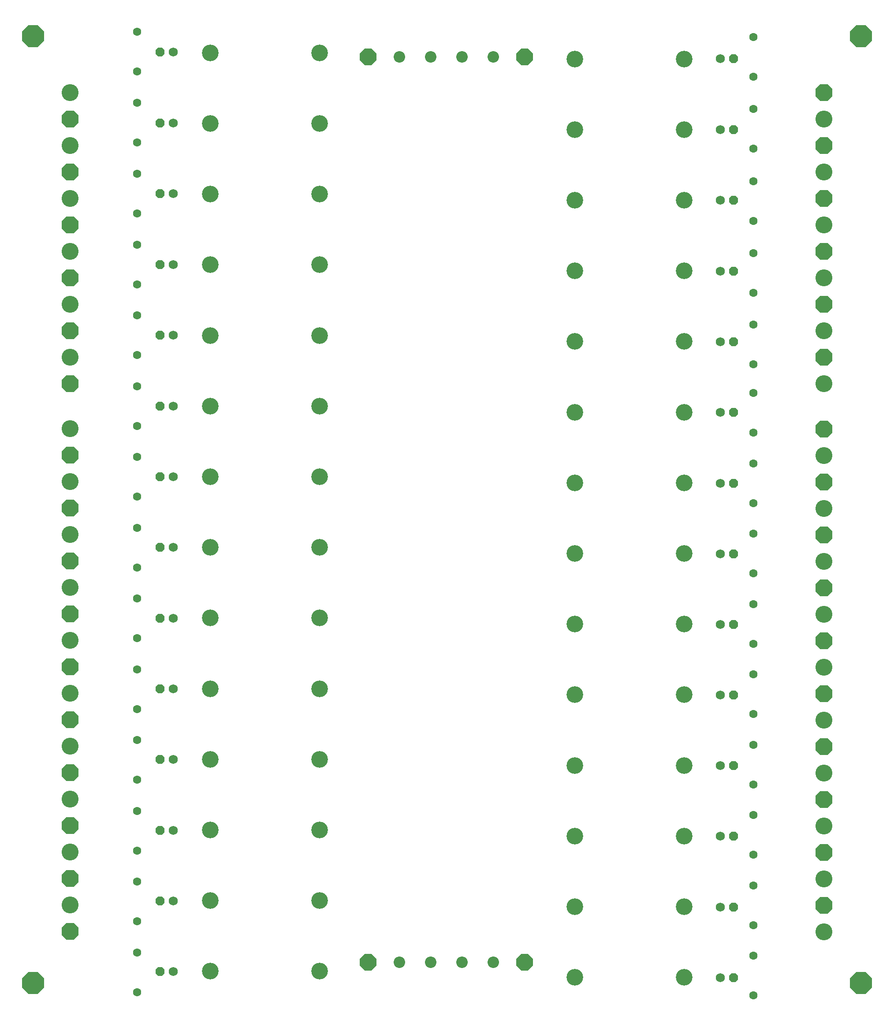
<source format=gts>
%FSLAX44Y44*%
%MOMM*%
G71*
G01*
G75*
G04 Layer_Color=8388736*
%ADD10P,3.2472X8X22.5*%
%ADD11C,2.0000*%
%ADD12C,3.0480*%
%ADD13P,3.2992X8X112.5*%
%ADD14C,1.4000*%
%ADD15C,1.5240*%
%ADD16P,1.6496X8X202.5*%
%ADD17C,3.0000*%
%ADD18P,4.3296X8X202.5*%
%ADD19C,1.0000*%
%ADD20C,2.0000*%
%ADD21C,0.1524*%
%ADD22C,0.2540*%
%ADD23C,0.2000*%
%ADD24C,0.3000*%
%ADD25P,3.4671X8X22.5*%
%ADD26C,2.2032*%
%ADD27C,3.2512*%
%ADD28P,3.5191X8X112.5*%
%ADD29C,1.6032*%
%ADD30C,1.7272*%
%ADD31P,1.8695X8X202.5*%
%ADD32C,3.2032*%
%ADD33P,4.5495X8X202.5*%
D25*
X1309568Y424180D02*
D03*
X1609568D02*
D03*
X1309568Y2162810D02*
D03*
X1609568D02*
D03*
D26*
X1369568Y424180D02*
D03*
X1429568D02*
D03*
X1489568D02*
D03*
X1549568D02*
D03*
X1369568Y2162810D02*
D03*
X1429568D02*
D03*
X1489568D02*
D03*
X1549568D02*
D03*
D27*
X736981Y1687703D02*
D03*
Y1586103D02*
D03*
X2185035Y1637157D02*
D03*
Y1535557D02*
D03*
Y482727D02*
D03*
Y584327D02*
D03*
Y685927D02*
D03*
Y787527D02*
D03*
Y889127D02*
D03*
Y990727D02*
D03*
Y1092327D02*
D03*
Y1193927D02*
D03*
Y1295527D02*
D03*
Y1397127D02*
D03*
X736981Y534543D02*
D03*
Y636143D02*
D03*
Y737743D02*
D03*
Y839343D02*
D03*
Y940943D02*
D03*
Y1042543D02*
D03*
Y1144143D02*
D03*
Y1245743D02*
D03*
Y1347343D02*
D03*
Y1448943D02*
D03*
Y1789303D02*
D03*
Y1890903D02*
D03*
Y1992503D02*
D03*
Y2094103D02*
D03*
X2185035Y1738757D02*
D03*
Y1840357D02*
D03*
Y1941957D02*
D03*
Y2043557D02*
D03*
D28*
X736981Y1636903D02*
D03*
Y1535303D02*
D03*
X2185035Y1687957D02*
D03*
Y1586357D02*
D03*
Y533527D02*
D03*
Y635127D02*
D03*
Y736727D02*
D03*
Y838327D02*
D03*
Y939927D02*
D03*
Y1041527D02*
D03*
Y1143127D02*
D03*
Y1244727D02*
D03*
Y1346327D02*
D03*
Y1447927D02*
D03*
X736981Y483743D02*
D03*
Y585343D02*
D03*
Y686943D02*
D03*
Y788543D02*
D03*
Y890143D02*
D03*
Y991743D02*
D03*
Y1093343D02*
D03*
Y1194943D02*
D03*
Y1296543D02*
D03*
Y1398143D02*
D03*
Y1738503D02*
D03*
Y1840103D02*
D03*
Y1941703D02*
D03*
Y2043303D02*
D03*
X2185035Y1789557D02*
D03*
Y1891157D02*
D03*
Y1992757D02*
D03*
Y2094357D02*
D03*
D29*
X865378Y367030D02*
D03*
Y443230D02*
D03*
Y502920D02*
D03*
Y579120D02*
D03*
Y638810D02*
D03*
Y715010D02*
D03*
Y774700D02*
D03*
Y850900D02*
D03*
Y910590D02*
D03*
Y986790D02*
D03*
Y1046480D02*
D03*
Y1122680D02*
D03*
Y1182370D02*
D03*
Y1258570D02*
D03*
Y1318260D02*
D03*
Y1394460D02*
D03*
Y1454150D02*
D03*
Y1530350D02*
D03*
Y1666240D02*
D03*
Y1590040D02*
D03*
X2049018Y360680D02*
D03*
Y436880D02*
D03*
Y495723D02*
D03*
Y571923D02*
D03*
Y630767D02*
D03*
Y706967D02*
D03*
Y765810D02*
D03*
Y842010D02*
D03*
Y900853D02*
D03*
Y977053D02*
D03*
Y1035897D02*
D03*
Y1112097D02*
D03*
Y1170940D02*
D03*
Y1247140D02*
D03*
Y1305983D02*
D03*
Y1382183D02*
D03*
Y1441026D02*
D03*
Y1517227D02*
D03*
Y1648460D02*
D03*
Y1572260D02*
D03*
X865378Y1725930D02*
D03*
Y1802130D02*
D03*
Y1938443D02*
D03*
Y1862243D02*
D03*
Y2074757D02*
D03*
Y1998557D02*
D03*
Y2211070D02*
D03*
Y2134870D02*
D03*
X2049018Y1709420D02*
D03*
Y1785620D02*
D03*
Y1924050D02*
D03*
Y1847850D02*
D03*
Y2062480D02*
D03*
Y1986280D02*
D03*
Y2200910D02*
D03*
Y2124710D02*
D03*
D30*
X935228Y1764030D02*
D03*
Y1899920D02*
D03*
Y2035810D02*
D03*
Y2171700D02*
D03*
X1985518Y1751330D02*
D03*
Y1887220D02*
D03*
Y2023110D02*
D03*
Y2159000D02*
D03*
X935228Y406400D02*
D03*
Y542149D02*
D03*
Y677898D02*
D03*
Y813647D02*
D03*
Y949396D02*
D03*
Y1085144D02*
D03*
Y1220893D02*
D03*
Y1356642D02*
D03*
Y1492391D02*
D03*
Y1628140D02*
D03*
X1985518Y394970D02*
D03*
Y530578D02*
D03*
Y666186D02*
D03*
Y801793D02*
D03*
Y937401D02*
D03*
Y1073009D02*
D03*
Y1208616D02*
D03*
Y1344224D02*
D03*
Y1479832D02*
D03*
Y1615440D02*
D03*
D31*
X909828Y1764030D02*
D03*
Y1899920D02*
D03*
Y2035810D02*
D03*
Y2171700D02*
D03*
X2010918Y1751330D02*
D03*
Y1887220D02*
D03*
Y2023110D02*
D03*
Y2159000D02*
D03*
X909828Y406400D02*
D03*
Y542149D02*
D03*
Y677898D02*
D03*
Y813647D02*
D03*
Y949396D02*
D03*
Y1085144D02*
D03*
Y1220893D02*
D03*
Y1356642D02*
D03*
Y1492391D02*
D03*
Y1628140D02*
D03*
X2010918Y394970D02*
D03*
Y530578D02*
D03*
Y666186D02*
D03*
Y801793D02*
D03*
Y937401D02*
D03*
Y1073009D02*
D03*
Y1208616D02*
D03*
Y1344224D02*
D03*
Y1479832D02*
D03*
Y1615440D02*
D03*
D32*
X1215898Y407156D02*
D03*
X1005898D02*
D03*
X1215898Y542794D02*
D03*
X1005898D02*
D03*
X1215898Y678432D02*
D03*
X1005898D02*
D03*
X1215898Y814070D02*
D03*
X1005898D02*
D03*
X1215898Y949708D02*
D03*
X1005898D02*
D03*
X1215898Y1763535D02*
D03*
X1005898D02*
D03*
X1215898Y1899173D02*
D03*
X1005898D02*
D03*
X1215898Y2034810D02*
D03*
X1005898D02*
D03*
X1215898Y2170448D02*
D03*
X1005898D02*
D03*
X1706118Y1751853D02*
D03*
X1916118D02*
D03*
X1706118Y1887491D02*
D03*
X1916118D02*
D03*
X1706118Y2023128D02*
D03*
X1916118D02*
D03*
X1706118Y2158766D02*
D03*
X1916118D02*
D03*
X1706118Y395474D02*
D03*
X1916118D02*
D03*
X1706118Y531112D02*
D03*
X1916118D02*
D03*
X1706118Y666750D02*
D03*
X1916118D02*
D03*
X1706118Y1344939D02*
D03*
X1916118D02*
D03*
X1706118Y1480577D02*
D03*
X1916118D02*
D03*
X1706118Y1616215D02*
D03*
X1916118D02*
D03*
X1215898Y1085346D02*
D03*
X1005898D02*
D03*
X1215898Y1220984D02*
D03*
X1005898D02*
D03*
X1215898Y1356621D02*
D03*
X1005898D02*
D03*
X1215898Y1492259D02*
D03*
X1005898D02*
D03*
X1215898Y1627897D02*
D03*
X1005898D02*
D03*
X1706118Y802388D02*
D03*
X1916118D02*
D03*
X1706118Y938026D02*
D03*
X1916118D02*
D03*
X1706118Y1073663D02*
D03*
X1916118D02*
D03*
X1706118Y1209301D02*
D03*
X1916118D02*
D03*
D33*
X2256028Y2202180D02*
D03*
Y384810D02*
D03*
X665988Y2202180D02*
D03*
Y384810D02*
D03*
M02*

</source>
